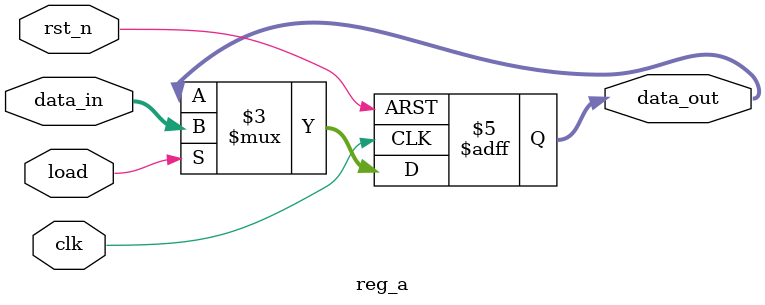
<source format=v>

module reg_a (
    input               clk,
    input               rst_n,
    input               load,
    input  signed [15:0] data_in,
    output reg signed [15:0] data_out
);
    always @(posedge clk or negedge rst_n) begin
        if (!rst_n)
            data_out <= 16'sd0;
        else if (load)
            data_out <= data_in;
    end
endmodule

</source>
